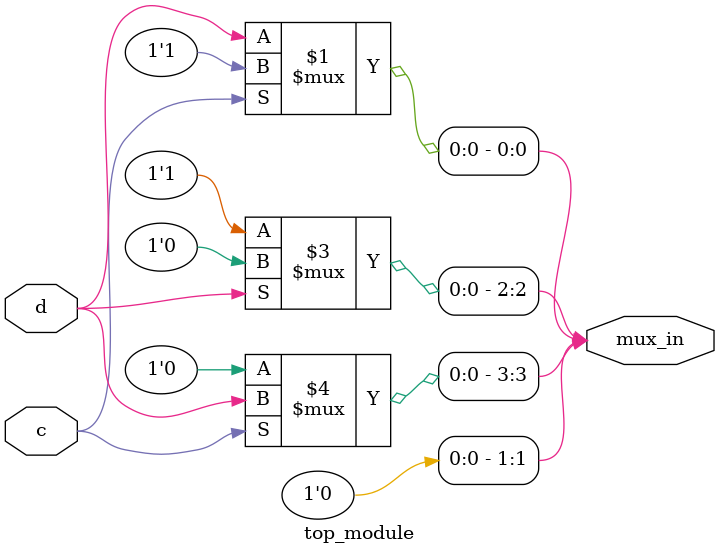
<source format=v>
module top_module (
    input c,
    input d,
    output [3:0] mux_in); 
    assign mux_in[0]=c?1'b1:d;
    assign mux_in[1]=1'b0;
    assign mux_in[2]=(d==1'b0)?1'b1:1'b0;
    assign mux_in[3]=c?d:1'b0;

endmodule

</source>
